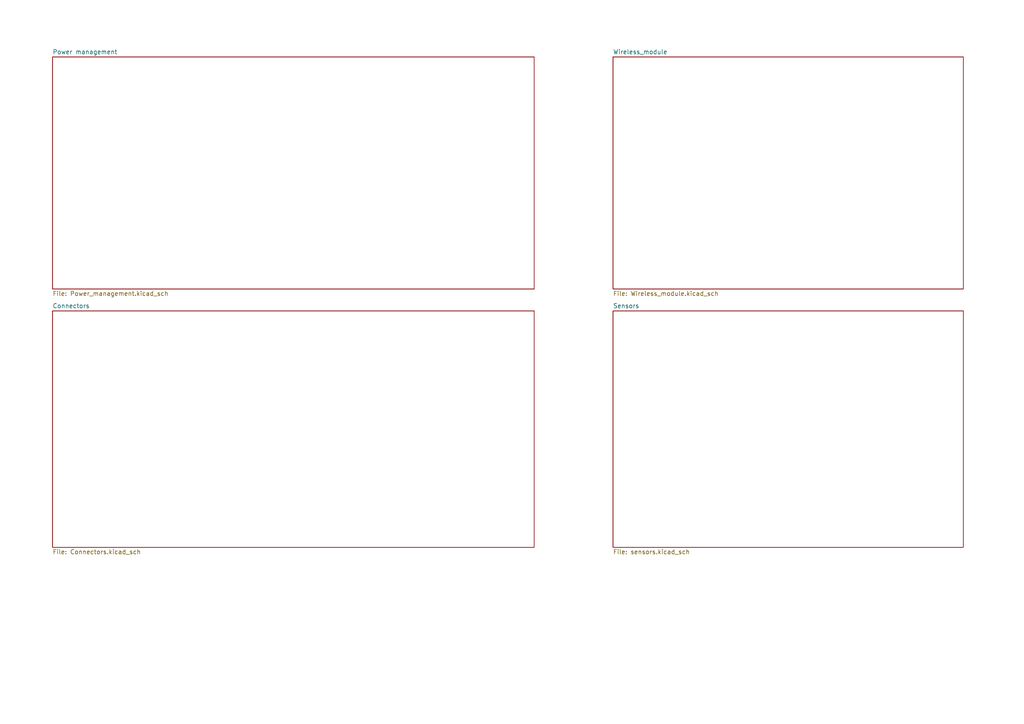
<source format=kicad_sch>
(kicad_sch (version 20230121) (generator eeschema)
  (paper "A4")
  (title_block (title "Smart Home Monitoring System") (date "2025-05-13") (rev "1.00") (comment 1 "Gaurang Solanki") (comment 2 "Designed by"))
  (lib_symbols)
  (sheet (at 15.24 16.51) (size 139.7 67.31) (stroke (width 0.1524))
    (property "Sheetname" "Power management" (at 15.24 15.7984 0) (effects (justify left bottom)))
    (property "Sheetfile" "Power_management.kicad_sch" (at 15.24 84.4046 0) (effects (justify left top)))
  )
  (sheet (at 177.8 90.17) (size 101.6 68.58) (stroke (width 0.1524))
    (property "Sheetname" "Sensors" (at 177.8 89.4584 0) (effects (justify left bottom)))
    (property "Sheetfile" "sensors.kicad_sch" (at 177.8 159.3346 0) (effects (justify left top)))
  )
  (sheet (at 177.8 16.51) (size 101.6 67.31) (stroke (width 0.1524))
    (property "Sheetname" "Wireless_module" (at 177.8 15.7984 0) (effects (justify left bottom)))
    (property "Sheetfile" "Wireless_module.kicad_sch" (at 177.8 84.4046 0) (effects (justify left top)))
  )
  (sheet (at 15.24 90.17) (size 139.7 68.58) (stroke (width 0.1524))
    (property "Sheetname" "Connectors" (at 15.24 89.4584 0) (effects (justify left bottom)))
    (property "Sheetfile" "Connectors.kicad_sch" (at 15.24 159.3346 0) (effects (justify left top)))
  )
)
</source>
